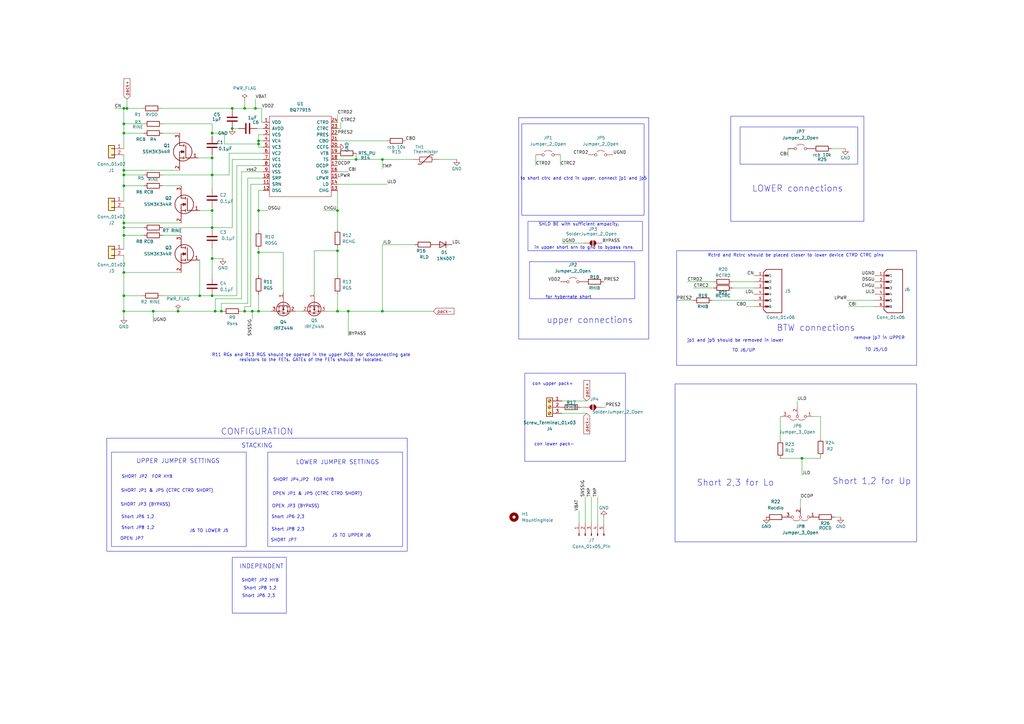
<source format=kicad_sch>
(kicad_sch (version 20231120) (generator "eeschema") (generator_version "8.0")
  (paper "A3")
  (lib_symbols
    (symbol "B6B-XH-A:B6B-XH-A" (pin_names (offset 1.016))
      (property "Reference" "J" (at -2.54 8.89 0))
      (property "Value" "B6B-XH-A" (at -2.54 -12.7 0))
      (symbol "B6B-XH-A_0_0"
        (pin passive line (at -7.62 5.08 0) (length 5.08) (name "1") (number "1"))
        (pin passive line (at -7.62 2.54 0) (length 5.08) (name "2") (number "2"))
        (pin passive line (at -7.62 0 0) (length 5.08) (name "3") (number "3"))
        (pin passive line (at -7.62 -2.54 0) (length 5.08) (name "4") (number "4"))
        (pin passive line (at -7.62 -5.08 0) (length 5.08) (name "5") (number "5"))
        (pin passive line (at -7.62 -7.62 0) (length 5.08) (name "6") (number "6"))
      )
    )
    (symbol "BQ77915_1" (pin_names (offset 1.016))
      (property "Reference" "U" (at 0 2.54 0))
      (property "Value" "BQ77915" (at 0 0 0))
      (symbol "BQ77915_1_0_0"
        (pin power_in line (at -15.24 13.97 0) (length 2.54) (name "VDD") (number "1"))
        (pin input line (at -15.24 -8.89 0) (length 2.54) (name "SRP") (number "10"))
        (pin input line (at -15.24 -11.43 0) (length 2.54) (name "SRN") (number "11"))
        (pin output line (at -15.24 -13.97 0) (length 2.54) (name "DSG") (number "12"))
        (pin output line (at 15.24 -13.97 180) (length 2.54) (name "CHG") (number "13"))
        (pin output line (at -15.24 11.43 0) (length 2.54) (name "AVDD") (number "2"))
        (pin input line (at -15.24 8.89 0) (length 2.54) (name "VC5") (number "3"))
        (pin input line (at -15.24 6.35 0) (length 2.54) (name "VC4") (number "4"))
        (pin input line (at -15.24 3.81 0) (length 2.54) (name "VC3") (number "5"))
        (pin input line (at -15.24 1.27 0) (length 2.54) (name "VC2") (number "6"))
        (pin input line (at -15.24 -1.27 0) (length 2.54) (name "VC1") (number "7"))
        (pin input line (at -15.24 -3.81 0) (length 2.54) (name "VC0") (number "8"))
        (pin power_in line (at -15.24 -6.35 0) (length 2.54) (name "VSS") (number "9"))
      )
      (symbol "BQ77915_1_1_1"
        (pin input line (at 15.24 -11.43 180) (length 2.54) (name "LD") (number "14"))
        (pin output line (at 15.24 -8.89 180) (length 2.54) (name "LPWR") (number "15"))
        (pin input line (at 15.24 -6.35 180) (length 2.54) (name "CBI") (number "16"))
        (pin input line (at 15.24 -3.81 180) (length 2.54) (name "OCDP") (number "17"))
        (pin input line (at 15.24 -1.27 180) (length 2.54) (name "TS") (number "18"))
        (pin output line (at 15.24 1.27 180) (length 2.54) (name "VTB") (number "19"))
        (pin input line (at 15.24 3.81 180) (length 2.54) (name "CCFG") (number "20"))
        (pin output line (at 15.24 6.35 180) (length 2.54) (name "CBO") (number "21"))
        (pin input line (at 15.24 8.89 180) (length 2.54) (name "PRES") (number "22"))
        (pin input line (at 15.24 11.43 180) (length 2.54) (name "CTRC") (number "23"))
        (pin input line (at 15.24 13.97 180) (length 2.54) (name "CTRD") (number "24"))
      )
    )
    (symbol "Connector:Conn_01x05_Pin" (pin_names (offset 1.016) hide)
      (property "Reference" "J" (at 0 7.62 0))
      (property "Value" "Conn_01x05_Pin" (at 0 -7.62 0))
      (symbol "Conn_01x05_Pin_1_1"
        (pin passive line (at 5.08 5.08 180) (length 3.81) (name "Pin_1") (number "1"))
        (pin passive line (at 5.08 2.54 180) (length 3.81) (name "Pin_2") (number "2"))
        (pin passive line (at 5.08 0 180) (length 3.81) (name "Pin_3") (number "3"))
        (pin passive line (at 5.08 -2.54 180) (length 3.81) (name "Pin_4") (number "4"))
        (pin passive line (at 5.08 -5.08 180) (length 3.81) (name "Pin_5") (number "5"))
      )
    )
    (symbol "Connector:Screw_Terminal_01x03" (pin_names (offset 1.016) hide)
      (property "Reference" "J" (at 0 5.08 0))
      (property "Value" "Screw_Terminal_01x03" (at 0 -5.08 0))
      (symbol "Screw_Terminal_01x03_1_1"
        (pin passive line (at -5.08 2.54 0) (length 3.81) (name "Pin_1") (number "1"))
        (pin passive line (at -5.08 0 0) (length 3.81) (name "Pin_2") (number "2"))
        (pin passive line (at -5.08 -2.54 0) (length 3.81) (name "Pin_3") (number "3"))
      )
    )
    (symbol "Connector_Generic:Conn_01x02" (pin_names (offset 1.016) hide)
      (property "Reference" "J" (at 0 2.54 0))
      (property "Value" "Conn_01x02" (at 0 -5.08 0))
      (symbol "Conn_01x02_1_1"
        (pin passive line (at -5.08 0 0) (length 3.81) (name "Pin_1") (number "1"))
        (pin passive line (at -5.08 -2.54 0) (length 3.81) (name "Pin_2") (number "2"))
      )
    )
    (symbol "Device:C" (pin_numbers hide) (pin_names (offset 0.254))
      (property "Reference" "C" (at 0.635 2.54 0))
      (property "Value" "C" (at 0.635 -2.54 0))
      (symbol "C_1_1"
        (pin passive line (at 0 3.81 270) (length 2.794) (name "~") (number "1"))
        (pin passive line (at 0 -3.81 90) (length 2.794) (name "~") (number "2"))
      )
    )
    (symbol "Device:D" (pin_numbers hide) (pin_names (offset 1.016) hide)
      (property "Reference" "D" (at 0 2.54 0))
      (property "Value" "D" (at 0 -2.54 0))
      (symbol "D_1_1"
        (pin passive line (at -3.81 0 0) (length 2.54) (name "K") (number "1"))
        (pin passive line (at 3.81 0 180) (length 2.54) (name "A") (number "2"))
      )
    )
    (symbol "Device:R" (pin_numbers hide) (pin_names (offset 0))
      (property "Reference" "R" (at 2.032 0 90))
      (property "Value" "R" (at 0 0 90))
      (symbol "R_1_1"
        (pin passive line (at 0 3.81 270) (length 1.27) (name "~") (number "1"))
        (pin passive line (at 0 -3.81 90) (length 1.27) (name "~") (number "2"))
      )
    )
    (symbol "Device:Thermistor" (pin_numbers hide) (pin_names (offset 0))
      (property "Reference" "TH" (at 2.54 1.27 90))
      (property "Value" "Thermistor" (at -2.54 0 90))
      (symbol "Thermistor_1_1"
        (pin passive line (at 0 5.08 270) (length 2.54) (name "~") (number "1"))
        (pin passive line (at 0 -5.08 90) (length 2.54) (name "~") (number "2"))
      )
    )
    (symbol "Jumper:Jumper_2_Open" (pin_numbers hide) (pin_names (offset 0) hide) (exclude_from_sim yes)
      (property "Reference" "JP" (at 0 2.794 0))
      (property "Value" "Jumper_2_Open" (at 0 -2.286 0))
      (symbol "Jumper_2_Open_1_1"
        (pin passive line (at -5.08 0 0) (length 2.54) (name "A") (number "1"))
        (pin passive line (at 5.08 0 180) (length 2.54) (name "B") (number "2"))
      )
    )
    (symbol "Jumper:Jumper_3_Open" (pin_names (offset 0) hide) (exclude_from_sim yes) (in_bom no)
      (property "Reference" "JP" (at -2.54 -2.54 0))
      (property "Value" "Jumper_3_Open" (at 0 2.794 0))
      (symbol "Jumper_3_Open_1_1"
        (pin passive line (at -6.35 0 0) (length 2.54) (name "A") (number "1"))
        (pin passive line (at 0 -3.81 90) (length 2.54) (name "C") (number "2"))
        (pin passive line (at 6.35 0 180) (length 2.54) (name "B") (number "3"))
      )
    )
    (symbol "Jumper:SolderJumper_2_Open" (pin_numbers hide) (pin_names (offset 0) hide) (exclude_from_sim yes) (in_bom no)
      (property "Reference" "JP" (at 0 2.032 0))
      (property "Value" "SolderJumper_2_Open" (at 0 -2.54 0))
      (symbol "SolderJumper_2_Open_1_1"
        (pin passive line (at -3.81 0 0) (length 2.54) (name "A") (number "1"))
        (pin passive line (at 3.81 0 180) (length 2.54) (name "B") (number "2"))
      )
    )
    (symbol "Mechanical:MountingHole" (pin_names (offset 1.016)) (exclude_from_sim yes) (in_bom no)
      (property "Reference" "H" (at 0 5.08 0))
      (property "Value" "MountingHole" (at 0 3.175 0))
    )
    (symbol "SSM3K344R:SSM3K344R" (pin_names hide)
      (property "Reference" "Q" (at 11.43 3.81 0))
      (property "Value" "SSM3K344R" (at 11.43 1.27 0))
      (property "Footprint" "2SC2712GRLF" (at 11.43 -98.73 0))
      (symbol "SSM3K344R_1_1"
        (pin passive line (at 0 0 0) (length 2.54) (name "G") (number "1"))
        (pin passive line (at 7.62 -5.08 90) (length 2.54) (name "S") (number "2"))
        (pin passive line (at 7.62 10.16 270) (length 2.54) (name "D") (number "3"))
      )
    )
    (symbol "Transistor_FET:IRF740" (pin_names hide)
      (property "Reference" "Q" (at 5.08 1.905 0))
      (property "Value" "IRF740" (at 5.08 0 0))
      (symbol "IRF740_1_1"
        (pin input line (at -5.08 0 0) (length 2.54) (name "G") (number "1"))
        (pin passive line (at 2.54 5.08 270) (length 2.54) (name "D") (number "2"))
        (pin passive line (at 2.54 -5.08 90) (length 2.54) (name "S") (number "3"))
      )
    )
    (symbol "power:GND" (power) (pin_numbers hide) (pin_names (offset 0) hide)
      (property "Value" "GND" (at 0 -3.81 0))
      (symbol "GND_1_1"
        (pin power_in line (at 0 0 270) (length 0) (name "~") (number "1"))
      )
    )
    (symbol "power:PWR_FLAG" (power) (pin_numbers hide) (pin_names (offset 0) hide)
      (property "Value" "PWR_FLAG" (at 0 3.81 0))
      (symbol "PWR_FLAG_0_0"
        (pin power_out line (at 0 0 90) (length 0) (name "~") (number "1"))
      )
    )
  )
  (junction (at 50.8 121.285))
  (junction (at 50.8 50.8))
  (junction (at 156.845 65.405))
  (junction (at 100.33 44.45))
  (junction (at 86.995 86.36))
  (junction (at 138.43 86.36))
  (junction (at 95.25 52.705))
  (junction (at 90.805 127.635))
  (junction (at 106.045 59.055))
  (junction (at 50.8 93.345))
  (junction (at 328.93 187.96))
  (junction (at 146.05 65.405))
  (junction (at 50.8 69.85))
  (junction (at 50.8 91.44))
  (junction (at 86.995 71.755))
  (junction (at 50.8 111.76))
  (junction (at 62.865 127.635))
  (junction (at 86.995 93.345))
  (junction (at 86.995 106.045))
  (junction (at 100.33 127.635))
  (junction (at 86.995 54.61))
  (junction (at 103.505 127.635))
  (junction (at 50.8 96.52))
  (junction (at 106.045 86.36))
  (junction (at 73.025 127.635))
  (junction (at 106.045 127.635))
  (junction (at 138.43 102.87))
  (junction (at 50.8 127.635))
  (junction (at 86.995 64.77))
  (junction (at 156.845 127.635))
  (junction (at 50.8 54.61))
  (junction (at 142.875 127.635))
  (junction (at 81.915 121.285))
  (junction (at 106.045 57.785))
  (junction (at 88.265 127.635))
  (junction (at 50.8 71.755))
  (junction (at 106.045 103.505))
  (junction (at 104.775 44.45))
  (junction (at 50.8 44.45))
  (junction (at 86.995 121.285))
  (junction (at 52.07 44.45))
  (junction (at 50.8 76.2))
  (junction (at 95.25 44.45))
  (junction (at 138.43 127.635))
  (wire (pts (xy 102.87 125.73) (xy 102.87 75.565)))
  (wire (pts (xy 156.845 127.635) (xy 177.8 127.635)))
  (wire (pts (xy 240.03 203.835) (xy 240.03 214.63)))
  (wire (pts (xy 292.1 123.19) (xy 309.245 123.19)))
  (wire (pts (xy 86.995 121.285) (xy 97.155 121.285)))
  (wire (pts (xy 106.045 86.36) (xy 106.045 94.615)))
  (wire (pts (xy 320.04 170.815) (xy 320.675 170.815)))
  (wire (pts (xy 247.015 167.005) (xy 248.285 167.005)))
  (wire (pts (xy 86.995 64.77) (xy 86.995 71.755)))
  (wire (pts (xy 106.045 60.325) (xy 107.95 60.325)))
  (wire (pts (xy 86.995 50.8) (xy 86.995 54.61)))
  (wire (pts (xy 86.995 86.36) (xy 86.995 93.345)))
  (wire (pts (xy 62.865 132.08) (xy 62.865 127.635)))
  (wire (pts (xy 138.43 57.785) (xy 158.75 57.785)))
  (wire (pts (xy 327.025 164.465) (xy 327.025 167.005)))
  (wire (pts (xy 50.8 71.755) (xy 50.8 76.2)))
  (wire (pts (xy 336.55 170.815) (xy 336.55 179.705)))
  (wire (pts (xy 107.315 44.45) (xy 107.315 50.165)))
  (wire (pts (xy 73.66 69.85) (xy 50.8 69.85)))
  (wire (pts (xy 100.33 125.73) (xy 102.87 125.73)))
  (wire (pts (xy 59.055 96.52) (xy 50.8 96.52)))
  (wire (pts (xy 101.6 73.025) (xy 101.6 124.46)))
  (wire (pts (xy 320.04 187.96) (xy 328.93 187.96)))
  (wire (pts (xy 229.87 67.945) (xy 229.87 63.5)))
  (wire (pts (xy 237.49 209.55) (xy 237.49 214.63)))
  (wire (pts (xy 138.43 86.36) (xy 138.43 93.98)))
  (wire (pts (xy 347.345 123.19) (xy 358.775 123.19)))
  (wire (pts (xy 106.045 57.785) (xy 107.95 57.785)))
  (wire (pts (xy 106.045 60.325) (xy 106.045 59.055)))
  (wire (pts (xy 156.845 100.33) (xy 156.845 127.635)))
  (wire (pts (xy 50.8 91.44) (xy 50.8 93.345)))
  (wire (pts (xy 101.6 73.025) (xy 107.95 73.025)))
  (wire (pts (xy 240.665 169.545) (xy 230.505 169.545)))
  (wire (pts (xy 92.075 59.055) (xy 92.075 54.61)))
  (wire (pts (xy 88.265 122.555) (xy 88.265 127.635)))
  (wire (pts (xy 62.865 127.635) (xy 73.025 127.635)))
  (wire (pts (xy 86.995 85.09) (xy 86.995 86.36)))
  (wire (pts (xy 238.125 167.005) (xy 239.395 167.005)))
  (wire (pts (xy 81.915 106.68) (xy 81.915 121.285)))
  (wire (pts (xy 46.99 44.45) (xy 50.8 44.45)))
  (wire (pts (xy 139.7 52.705) (xy 138.43 52.705)))
  (wire (pts (xy 104.775 40.64) (xy 104.775 44.45)))
  (wire (pts (xy 138.43 78.105) (xy 138.43 86.36)))
  (wire (pts (xy 95.25 65.405) (xy 107.95 65.405)))
  (wire (pts (xy 97.155 121.285) (xy 97.155 67.945)))
  (wire (pts (xy 156.845 69.215) (xy 156.845 65.405)))
  (wire (pts (xy 179.705 65.405) (xy 187.325 65.405)))
  (wire (pts (xy 50.8 111.76) (xy 74.295 111.76)))
  (wire (pts (xy 242.57 203.835) (xy 242.57 214.63)))
  (wire (pts (xy 95.25 65.405) (xy 95.25 93.345)))
  (wire (pts (xy 86.995 71.755) (xy 93.98 71.755)))
  (wire (pts (xy 142.875 137.795) (xy 142.875 127.635)))
  (wire (pts (xy 59.055 54.61) (xy 50.8 54.61)))
  (wire (pts (xy 156.845 65.405) (xy 169.545 65.405)))
  (wire (pts (xy 50.8 44.45) (xy 50.8 50.8)))
  (wire (pts (xy 239.395 99.695) (xy 230.505 99.695)))
  (wire (pts (xy 116.205 103.505) (xy 106.045 103.505)))
  (wire (pts (xy 139.7 50.165) (xy 139.7 52.705)))
  (wire (pts (xy 106.045 78.105) (xy 107.95 78.105)))
  (wire (pts (xy 102.87 75.565) (xy 107.95 75.565)))
  (wire (pts (xy 93.98 62.865) (xy 107.95 62.865)))
  (wire (pts (xy 97.155 67.945) (xy 107.95 67.945)))
  (wire (pts (xy 284.48 118.11) (xy 292.735 118.11)))
  (wire (pts (xy 88.265 127.635) (xy 90.805 127.635)))
  (wire (pts (xy 106.045 59.055) (xy 106.045 57.785)))
  (wire (pts (xy 91.44 106.045) (xy 86.995 106.045)))
  (wire (pts (xy 170.18 100.33) (xy 156.845 100.33)))
  (wire (pts (xy 146.05 65.405) (xy 156.845 65.405)))
  (wire (pts (xy 116.205 103.505) (xy 116.205 120.015)))
  (wire (pts (xy 111.125 127.635) (xy 106.045 127.635)))
  (wire (pts (xy 86.995 106.045) (xy 86.995 113.665)))
  (wire (pts (xy 66.04 121.285) (xy 81.915 121.285)))
  (wire (pts (xy 138.43 101.6) (xy 138.43 102.87)))
  (wire (pts (xy 328.93 187.96) (xy 336.55 187.96)))
  (wire (pts (xy 50.8 76.2) (xy 50.8 82.55)))
  (wire (pts (xy 128.905 102.87) (xy 138.43 102.87)))
  (wire (pts (xy 50.8 50.8) (xy 59.055 50.8)))
  (wire (pts (xy 66.675 50.8) (xy 86.995 50.8)))
  (wire (pts (xy 104.775 44.45) (xy 107.315 44.45)))
  (wire (pts (xy 106.045 78.105) (xy 106.045 86.36)))
  (wire (pts (xy 50.8 93.345) (xy 50.8 96.52)))
  (wire (pts (xy 92.075 54.61) (xy 86.995 54.61)))
  (wire (pts (xy 333.375 170.815) (xy 336.55 170.815)))
  (wire (pts (xy 336.55 187.96) (xy 336.55 187.325)))
  (wire (pts (xy 138.43 46.99) (xy 138.43 50.165)))
  (wire (pts (xy 146.05 62.865) (xy 146.05 65.405)))
  (wire (pts (xy 99.06 70.485) (xy 99.06 122.555)))
  (wire (pts (xy 52.07 44.45) (xy 58.42 44.45)))
  (wire (pts (xy 100.33 127.635) (xy 103.505 127.635)))
  (wire (pts (xy 66.675 54.61) (xy 73.66 54.61)))
  (wire (pts (xy 281.94 115.57) (xy 292.735 115.57)))
  (wire (pts (xy 320.04 180.34) (xy 320.04 170.815)))
  (wire (pts (xy 328.93 194.945) (xy 328.93 187.96)))
  (wire (pts (xy 52.07 40.64) (xy 52.07 44.45)))
  (wire (pts (xy 50.8 130.175) (xy 50.8 127.635)))
  (wire (pts (xy 240.665 164.465) (xy 230.505 164.465)))
  (wire (pts (xy 105.41 52.705) (xy 107.95 52.705)))
  (wire (pts (xy 245.11 203.835) (xy 245.11 214.63)))
  (wire (pts (xy 106.045 103.505) (xy 106.045 113.03)))
  (wire (pts (xy 106.045 120.65) (xy 106.045 127.635)))
  (wire (pts (xy 90.805 127.635) (xy 91.44 127.635)))
  (wire (pts (xy 328.295 204.47) (xy 328.295 208.28)))
  (wire (pts (xy 142.875 127.635) (xy 156.845 127.635)))
  (wire (pts (xy 93.98 62.865) (xy 93.98 71.755)))
  (wire (pts (xy 88.265 122.555) (xy 99.06 122.555)))
  (wire (pts (xy 247.65 214.63) (xy 247.65 212.09)))
  (wire (pts (xy 50.8 71.755) (xy 59.055 71.755)))
  (wire (pts (xy 323.215 60.96) (xy 323.215 64.135)))
  (wire (pts (xy 86.995 63.5) (xy 86.995 64.77)))
  (wire (pts (xy 73.025 127.635) (xy 88.265 127.635)))
  (wire (pts (xy 106.045 55.245) (xy 107.95 55.245)))
  (wire (pts (xy 358.775 125.73) (xy 347.98 125.73)))
  (wire (pts (xy 138.43 102.87) (xy 138.43 113.03)))
  (wire (pts (xy 59.055 76.2) (xy 50.8 76.2)))
  (wire (pts (xy 100.33 41.275) (xy 100.33 44.45)))
  (wire (pts (xy 50.8 63.5) (xy 50.8 69.85)))
  (wire (pts (xy 95.25 44.45) (xy 100.33 44.45)))
  (wire (pts (xy 109.855 86.36) (xy 106.045 86.36)))
  (wire (pts (xy 90.805 124.46) (xy 101.6 124.46)))
  (wire (pts (xy 81.915 121.285) (xy 86.995 121.285)))
  (wire (pts (xy 107.315 50.165) (xy 107.95 50.165)))
  (wire (pts (xy 100.33 127.635) (xy 100.33 125.73)))
  (wire (pts (xy 81.28 64.77) (xy 86.995 64.77)))
  (wire (pts (xy 132.715 86.36) (xy 138.43 86.36)))
  (wire (pts (xy 219.71 67.945) (xy 219.71 63.5)))
  (wire (pts (xy 99.06 127.635) (xy 100.33 127.635)))
  (wire (pts (xy 50.8 121.285) (xy 58.42 121.285)))
  (wire (pts (xy 50.8 69.85) (xy 50.8 71.755)))
  (wire (pts (xy 66.04 44.45) (xy 95.25 44.45)))
  (wire (pts (xy 50.8 85.09) (xy 50.8 91.44)))
  (wire (pts (xy 66.675 71.755) (xy 86.995 71.755)))
  (wire (pts (xy 50.8 93.345) (xy 59.055 93.345)))
  (wire (pts (xy 99.06 70.485) (xy 107.95 70.485)))
  (wire (pts (xy 142.875 70.485) (xy 138.43 70.485)))
  (wire (pts (xy 66.675 96.52) (xy 74.295 96.52)))
  (wire (pts (xy 86.995 54.61) (xy 86.995 55.88)))
  (wire (pts (xy 50.8 104.775) (xy 50.8 111.76)))
  (wire (pts (xy 50.8 111.76) (xy 50.8 121.285)))
  (wire (pts (xy 103.505 130.81) (xy 103.505 127.635)))
  (wire (pts (xy 300.355 115.57) (xy 309.245 115.57)))
  (wire (pts (xy 50.8 127.635) (xy 62.865 127.635)))
  (wire (pts (xy 50.8 96.52) (xy 50.8 102.235)))
  (wire (pts (xy 106.045 55.245) (xy 106.045 57.785)))
  (wire (pts (xy 340.995 60.96) (xy 346.71 60.96)))
  (wire (pts (xy 342.265 212.09) (xy 344.805 212.09)))
  (wire (pts (xy 138.43 75.565) (xy 158.75 75.565)))
  (wire (pts (xy 50.8 54.61) (xy 50.8 60.96)))
  (wire (pts (xy 50.8 44.45) (xy 52.07 44.45)))
  (wire (pts (xy 50.8 50.8) (xy 50.8 54.61)))
  (wire (pts (xy 81.915 86.36) (xy 86.995 86.36)))
  (wire (pts (xy 306.07 125.73) (xy 309.245 125.73)))
  (wire (pts (xy 92.075 59.055) (xy 106.045 59.055)))
  (wire (pts (xy 86.995 93.345) (xy 86.995 93.98)))
  (wire (pts (xy 103.505 127.635) (xy 106.045 127.635)))
  (wire (pts (xy 50.8 121.285) (xy 50.8 127.635)))
  (wire (pts (xy 66.675 76.2) (xy 74.295 76.2)))
  (wire (pts (xy 86.995 93.345) (xy 95.25 93.345)))
  (wire (pts (xy 138.43 127.635) (xy 138.43 120.65)))
  (wire (pts (xy 284.48 123.19) (xy 277.495 123.19)))
  (wire (pts (xy 90.805 124.46) (xy 90.805 127.635)))
  (wire (pts (xy 100.33 44.45) (xy 104.775 44.45)))
  (wire (pts (xy 128.905 102.87) (xy 128.905 120.015)))
  (wire (pts (xy 97.79 52.705) (xy 95.25 52.705)))
  (wire (pts (xy 138.43 127.635) (xy 133.985 127.635)))
  (wire (pts (xy 66.675 93.345) (xy 86.995 93.345)))
  (wire (pts (xy 106.045 102.235) (xy 106.045 103.505)))
  (wire (pts (xy 138.43 127.635) (xy 142.875 127.635)))
  (wire (pts (xy 95.25 45.085) (xy 95.25 44.45)))
  (wire (pts (xy 74.295 91.44) (xy 50.8 91.44)))
  (wire (pts (xy 86.995 71.755) (xy 86.995 77.47)))
  (wire (pts (xy 86.995 101.6) (xy 86.995 106.045)))
  (wire (pts (xy 123.825 127.635) (xy 121.285 127.635)))
  (wire (pts (xy 300.355 118.11) (xy 309.245 118.11)))
  (wire (pts (xy 138.43 65.405) (xy 146.05 65.405)))
  (rectangle (start 109.855 185.42) (end 165.1 224.155))
  (rectangle (start 276.86 157.48) (end 375.92 222.25))
  (rectangle (start 277.495 102.87) (end 375.92 149.86))
  (rectangle (start 212.725 48.26) (end 266.065 139.065))
  (rectangle (start 45.72 185.42) (end 100.965 224.155))
  (rectangle (start 216.535 90.805) (end 263.525 102.87))
  (rectangle (start 95.25 228.6) (end 117.475 251.46))
  (rectangle (start 43.815 179.705) (end 167.005 226.06))
  (rectangle (start 217.17 107.315) (end 260.35 122.555))
  (rectangle (start 303.53 52.07) (end 351.79 67.31))
  (rectangle (start 213.995 50.8) (end 264.16 88.265))
  (rectangle (start 215.265 153.035) (end 256.54 189.23))
  (rectangle (start 299.72 47.625) (end 354.33 90.805))
  (text "Short JP8 2,3" (at 118.11 217.17 0) (effects (font (size 1.27 1.27))))
  (text "Short 2,3 for Lo\n" (at 301.625 198.12 0) (effects (font (size 2.54 2.54))))
  (text "R11 RGs and R13 RGS should be opened in the upper PCB, for disconnecting gate\nresistors to the FETs. GATEs of the FETs should be isolated." (at 127.635 146.685 0) (effects (font (size 1.27 1.27))))
  (text "OPEN JP7 " (at 54.61 220.98 0) (effects (font (size 1.27 1.27))))
  (text "Short JP6 1,2" (at 56.515 212.09 0) (effects (font (size 1.27 1.27))))
  (text "con lower pack-" (at 227.33 182.245 0) (effects (font (size 1.27 1.27))))
  (text "OPEN JP1 & JP5 (CTRC CTRD SHORT)" (at 130.175 202.565 0) (effects (font (size 1.27 1.27))))
  (text "LOWER connections" (at 327.152 77.47 0) (effects (font (size 2.54 2.54))))
  (text "in upper short srn to gnd to bypass rsns" (at 239.395 101.6 0) (effects (font (size 1.27 1.27))))
  (text "SHLD BE with sufficient ampacity." (at 237.49 92.075 0) (effects (font (size 1.27 1.27))))
  (text "SHORT JP2 HYB\n" (at 106.68 238.125 0) (effects (font (size 1.27 1.27))))
  (text "STACKING" (at 105.41 182.88 0) (effects (font (size 1.778 1.778))))
  (text "SHORT JP3 (BYPASS)\n" (at 59.69 207.01 0) (effects (font (size 1.27 1.27))))
  (text "INDEPENDENT\n" (at 107.315 232.41 0) (effects (font (size 1.778 1.778))))
  (text "con upper pack+" (at 226.695 157.48 0) (effects (font (size 1.27 1.27))))
  (text "Short 1,2 for Up" (at 357.505 197.485 0) (effects (font (size 2.54 2.54))))
  (text "J6 TO LOWER J5" (at 85.725 217.805 0) (effects (font (size 1.27 1.27))))
  (text "SHORT JP2  FOR HYB" (at 60.325 195.58 0) (effects (font (size 1.27 1.27))))
  (text "Short JP6 2,3" (at 118.11 212.09 0) (effects (font (size 1.27 1.27))))
  (text "SHORT JP1 & JP5 (CTRC CTRD SHORT)" (at 68.58 201.295 0) (effects (font (size 1.27 1.27))))
  (text "upper connections" (at 241.935 131.445 0) (effects (font (size 2.54 2.54))))
  (text "Short JP6 2,3" (at 106.045 244.475 0) (effects (font (size 1.27 1.27))))
  (text "SHORT JP4,JP2  FOR HYB" (at 124.46 196.85 0) (effects (font (size 1.27 1.27))))
  (text "for hybernate short " (at 233.68 121.92 0) (effects (font (size 1.27 1.27))))
  (text "LOWER JUMPER SETTINGS\n\n" (at 138.43 191.135 0) (effects (font (size 1.778 1.778))))
  (text "Short JP8 1,2" (at 56.515 216.535 0) (effects (font (size 1.27 1.27))))
  (text "to short ctrc and ctrd in upper, connect jp1 and jp5\n\n" (at 239.395 74.295 0) (effects (font (size 1.27 1.27))))
  (text "OPEN JP3 (BYPASS)\n" (at 121.285 207.645 0) (effects (font (size 1.27 1.27))))
  (text "TO J5/L0\n" (at 359.41 143.51 0) (effects (font (size 1.27 1.27))))
  (text "SHORT JP7 " (at 116.84 221.615 0) (effects (font (size 1.27 1.27))))
  (text "BTW connections" (at 334.645 134.62 0) (effects (font (size 2.54 2.54))))
  (text "jp1 and jp5 should be removed in lower\n" (at 301.625 139.7 0) (effects (font (size 1.27 1.27))))
  (text "UPPER JUMPER SETTINGS\n" (at 73.025 189.23 0) (effects (font (size 1.778 1.778))))
  (text "TO J6/UP\n" (at 305.054 143.764 0) (effects (font (size 1.27 1.27))))
  (text "J5 TO UPPER J6" (at 144.145 219.71 0) (effects (font (size 1.27 1.27))))
  (text "Short JP8 1,2" (at 106.68 241.3 0) (effects (font (size 1.27 1.27))))
  (text "CONFIGURATION\n" (at 105.41 177.165 0) (effects (font (size 2.54 2.54))))
  (text "remove jp7 in UPPER\n\n" (at 360.68 139.7 0) (effects (font (size 1.27 1.27))))
  (text "Rctrd and Rctrc should be placed closer to lower device CTRD CTRC pins\n" (at 326.39 104.775 0) (effects (font (size 1.27 1.27))))
  (label "CBI" (at 323.215 64.135 180))
  (label "UGND" (at 62.865 132.08 0))
  (label "BYPASS" (at 142.875 137.795 0))
  (label "CTRD2" (at 281.94 115.57 0))
  (label "CBO" (at 306.07 125.73 180))
  (label "OCDP" (at 328.295 204.47 0))
  (label "CTRC2" (at 284.48 118.11 0))
  (label "LDL" (at 309.245 120.65 180))
  (label "JLD" (at 156.845 100.33 0))
  (label "CTRC2" (at 139.7 50.165 0))
  (label "ULD" (at 327.025 164.465 0))
  (label "PRES2" (at 248.285 167.005 0))
  (label "SNSSIG" (at 240.03 203.835 90))
  (label "TMP" (at 245.11 203.835 90))
  (label "VBAT" (at 104.775 40.64 0))
  (label "CBI" (at 142.875 70.485 0))
  (label "PRES2" (at 138.43 55.245 0))
  (label "JLD" (at 328.93 194.945 0))
  (label "VBAT" (at 237.49 209.55 90))
  (label "CHGU" (at 358.775 118.11 180))
  (label "ULD" (at 358.775 120.65 180))
  (label "TMP" (at 156.845 69.215 0))
  (label "CN" (at 309.245 113.03 180))
  (label "ULD" (at 158.75 75.565 0))
  (label "LPWR" (at 138.43 73.025 0))
  (label "TMP" (at 242.57 203.835 90))
  (label "DSGU" (at 109.855 86.36 0))
  (label "BYPASS" (at 247.015 99.695 0))
  (label "CBI" (at 347.98 125.73 0))
  (label "PRES2" (at 277.495 123.19 0))
  (label "SNSSIG" (at 103.505 130.81 270))
  (label "UGND" (at 251.46 63.5 0))
  (label "CN" (at 46.99 44.45 0))
  (label "LPWR" (at 347.345 123.19 180))
  (label "OCDP" (at 138.43 67.945 0))
  (label "CTRD2" (at 241.3 63.5 180))
  (label "DSGU" (at 358.775 115.57 180))
  (label "UGND" (at 230.505 99.695 0))
  (label "VDD2" (at 229.87 115.57 180))
  (label "CTRC2" (at 229.87 67.945 0))
  (label "CTRD2" (at 138.43 46.99 0))
  (label "CBO" (at 166.37 57.785 0))
  (label "VDD2" (at 107.315 44.45 0))
  (label "PRES2" (at 247.65 115.57 0))
  (label "CHGU" (at 132.715 86.36 0))
  (label "UGND" (at 358.775 113.03 180))
  (label "LDL" (at 185.42 100.33 0))
  (label "vss2" (at 100.965 70.485 0))
  (label "CTRD2" (at 219.71 67.945 0))
  (global_label "pack+" (shape input) (at 240.665 164.465 90) (property "Intersheetrefs" "${INTERSHEET_REFS}" (effects (hide yes))))
  (global_label "pack-" (shape input) (at 240.665 169.545 270) (property "Intersheetrefs" "${INTERSHEET_REFS}" (effects (hide yes))))
  (global_label "pack-" (shape input) (at 177.8 127.635 0) (property "Intersheetrefs" "${INTERSHEET_REFS}" (effects (hide yes))))
  (global_label "pack+" (shape input) (at 52.07 40.64 90) (property "Intersheetrefs" "${INTERSHEET_REFS}" (effects (hide yes))))
  (symbol (lib_id "Device:R") (at 106.045 116.84 0) (unit 1)
    (property "Reference" "R11" (at 107.95 115.57 0) (effects (justify left)))
    (property "Value" "RGS" (at 107.95 118.11 0) (effects (justify left)))
    (property "Footprint" "rgsnew:RESC1005X40N" (effects (hide yes)))
    (property "Description" "Resistor" (effects (hide yes)))
    (property "link" "https://www.digikey.in/en/products/detail/te-connectivity-passive-product/CRGCQ0402J1M0/8576668?s=N4IgTCBcDaIMICUDicCKAGALOsApAjALLogC6AvkA" (effects (hide yes)))
    (property "Manufacturer_Part_Number" "CRGCQ0402J1M0" (effects (hide yes)))
  )
  (symbol (lib_id "Device:R") (at 173.99 100.33 270) (unit 1)
    (property "Reference" "R16" (at 172.72 102.87 90))
    (property "Value" "RLD" (at 173.99 105.41 90))
    (property "Footprint" "rld,r2:RES_CRGCQ0402J10M_TEC-L" (effects (hide yes)))
    (property "Description" "Resistor" (effects (hide yes)))
    (property "link" "https://www.digikey.in/en/products/detail/te-connectivity-passive-product/CRGCQ0402J10M/8576674?s=N4IgTCBcDaIMICUDicCKAGALOsApAjOgLIgC6AvkA" (effects (hide yes)))
    (property "Manufacturer_Part_Number" "CRGCQ0402J10M" (effects (hide yes)))
  )
  (symbol (lib_id "Jumper:SolderJumper_2_Open") (at 243.205 167.005 0) (unit 1) (exclude_from_sim yes) (in_bom no)
    (property "Reference" "JP4" (at 243.84 163.83 0))
    (property "Value" "SolderJumper_2_Open" (at 253.365 168.91 0))
    (property "Footprint" "Jumper:SolderJumper-2_P1.3mm_Open_RoundedPad1.0x1.5mm" (effects (hide yes)))
    (property "Description" "Solder Jumper, 2-pole, open" (effects (hide yes)))
  )
  (symbol (lib_id "Device:C") (at 86.995 59.69 0) (unit 1)
    (property "Reference" "C1" (at 88.9 58.42 0) (effects (justify left)))
    (property "Value" "0.1µF" (at 89.535 60.96 0) (effects (justify left)))
    (property "Footprint" "cinenew:CAP_CL05_SAM" (effects (hide yes)))
    (property "Datasheet" "C:\\Users\\jevin\\OneDrive\\Desktop\\kicad\\components\\cine\\KiCADv6\\Cine.pdf" (effects (hide yes)))
    (property "Description" "Unpolarized capacitor" (effects (hide yes)))
    (property "Manufacturer_Part_Number" "CL05B104KP5NNNC" (effects (hide yes)))
    (property "link" "https://www.digikey.in/en/products/detail/samsung-electro-mechanics/CL05B104KP5NNNC/3886660" (effects (hide yes)))
  )
  (symbol (lib_id "B6B-XH-A:B6B-XH-A") (at 366.395 118.11 0) (unit 1)
    (property "Reference" "J6" (at 370.84 118.745 0) (effects (justify left)))
    (property "Value" "Conn_01x06" (at 359.41 130.175 0) (effects (justify left)))
    (property "Footprint" "Connector_JST:JST_PH_B6B-PH-K_1x06_P2.00mm_Vertical" (effects (hide yes)))
    (property "PARTREV" "7/4/21" (effects (hide yes)))
    (property "STANDARD" "Manufacturer Recommendations" (effects (hide yes)))
    (property "MAXIMUM_PACKAGE_HEIGHT" "7.00 mm" (effects (hide yes)))
    (property "MANUFACTURER" "JST" (effects (hide yes)))
    (property "link" "https://www.digikey.in/en/products/detail/jst-sales-america-inc/B6B-PH-K/2741628" (effects (hide yes)))
    (property "Manufacturer_Part_Number" "B6B-PH-K" (effects (hide yes)))
  )
  (symbol (lib_id "Jumper:Jumper_3_Open") (at 328.295 212.09 180) (unit 1) (exclude_from_sim yes) (in_bom no)
    (property "Reference" "JP8" (at 328.295 215.9 0))
    (property "Value" "Jumper_3_Open" (at 328.295 218.44 0))
    (property "Footprint" "Connector_PinHeader_2.54mm:PinHeader_1x03_P2.54mm_Vertical" (effects (hide yes)))
    (property "Description" "Jumper, 3-pole, both open" (effects (hide yes)))
    (property "link" "https://www.digikey.in/en/products/detail/w%C3%BCrth-elektronik/61300311121/4846825" (effects (hide yes)))
    (property "Manufacturer_Part_Number" "61300311121" (effects (hide yes)))
  )
  (symbol (lib_id "Device:R") (at 62.865 71.755 90) (unit 1)
    (property "Reference" "R5" (at 57.785 73.025 90))
    (property "Value" "RINE" (at 62.865 73.66 90))
    (property "Footprint" "rinervdd:RC0402N_YAG" (effects (hide yes)))
    (property "Description" "Resistor" (effects (hide yes)))
    (property "link" "https://www.digikey.com/en/products/detail/yageo/RC0402JR-071KL/726408?s=N4IgTCBcDaIEoGEAMAWJYBSckHYCMA0gDIgC6AvkA" (effects (hide yes)))
    (property "Manufacturer_Part_Number" "RC0402JR-071KL" (effects (hide yes)))
  )
  (symbol (lib_id "power:GND") (at 50.8 130.175 0) (unit 1)
    (property "Reference" "#PWR01" (effects (hide yes)))
    (property "Value" "GND" (at 50.8 133.985 0))
    (property "Description" "Power symbol creates a global label with name \"GND\" , ground" (effects (hide yes)))
  )
  (symbol (lib_id "Device:R") (at 336.55 183.515 180) (unit 1)
    (property "Reference" "R24" (at 340.36 181.61 0))
    (property "Value" "R2" (at 340.36 184.15 0))
    (property "Footprint" "rld,r2:RES_CRGCQ0402J10M_TEC-L" (effects (hide yes)))
    (property "Description" "Resistor" (effects (hide yes)))
    (property "link" "https://www.digikey.com/en/products/detail/te-connectivity-passive-product/crgcq0402j10m/8576674" (effects (hide yes)))
    (property "Manufacturer_Part_Number" "CRGCQ0402J10M" (effects (hide yes)))
  )
  (symbol (lib_id "Transistor_FET:IRF740") (at 116.205 125.095 270) (unit 1)
    (property "Reference" "Q4" (at 116.205 132.08 90))
    (property "Value" "IRFZ44N" (at 116.205 134.62 90))
    (property "Footprint" "Package_TO_SOT_THT:TO-220-3_Horizontal_TabDown" (effects (hide yes)))
    (property "Datasheet" "http://www.vishay.com/docs/91054/91054.pdf" (effects (hide yes)))
    (property "Description" "10A Id, 400V Vds, N-Channel Power MOSFET, 500mOhm Rds, TO-220AB" (effects (hide yes)))
  )
  (symbol (lib_id "power:PWR_FLAG") (at 100.33 41.275 0) (unit 1)
    (property "Reference" "#FLG02" (effects (hide yes)))
    (property "Value" "PWR_FLAG" (at 100.33 36.195 0))
    (property "Description" "Special symbol for telling ERC where power comes from" (effects (hide yes)))
  )
  (symbol (lib_id "power:GND") (at 344.805 212.09 0) (unit 1)
    (property "Reference" "#PWR08" (effects (hide yes)))
    (property "Value" "GND" (at 344.805 215.9 0))
    (property "Description" "Power symbol creates a global label with name \"GND\" , ground" (effects (hide yes)))
  )
  (symbol (lib_id "Device:R") (at 243.84 115.57 90) (unit 1)
    (property "Reference" "R18" (at 243.84 113.665 90))
    (property "Value" "RHIB" (at 243.84 118.11 90))
    (property "Footprint" "rtspu,rhib:RC0402N_YAG" (effects (hide yes)))
    (property "Description" "Resistor" (effects (hide yes)))
    (property "link" "https://www.digikey.com/en/products/detail/yageo/RC0402JR-0710KL/726418" (effects (hide yes)))
    (property "Manufacturer_Part_Number" "RC0402JR-0710KL" (effects (hide yes)))
  )
  (symbol (lib_id "Device:C") (at 86.995 81.28 0) (unit 1)
    (property "Reference" "C2" (at 90.17 80.0099 0) (effects (justify left)))
    (property "Value" "0.1µF" (at 90.17 82.5499 0) (effects (justify left)))
    (property "Footprint" "cinenew:CAP_CL05_SAM" (effects (hide yes)))
    (property "Datasheet" "C:\\Users\\jevin\\OneDrive\\Desktop\\kicad\\components\\cine\\KiCADv6\\Cine.pdf" (effects (hide yes)))
    (property "Description" "Unpolarized capacitor" (effects (hide yes)))
    (property "Manufacturer_Part_Number" "CL05B104KP5NNNC" (effects (hide yes)))
    (property "link" "https://www.digikey.in/en/products/detail/samsung-electro-mechanics/CL05B104KP5NNNC/3886660" (effects (hide yes)))
  )
  (symbol (lib_id "power:GND") (at 247.65 212.09 180) (unit 1)
    (property "Reference" "#PWR03" (effects (hide yes)))
    (property "Value" "GND" (at 247.65 208.28 0))
    (property "Description" "Power symbol creates a global label with name \"GND\" , ground" (effects (hide yes)))
  )
  (symbol (lib_id "Jumper:Jumper_2_Open") (at 224.79 63.5 0) (unit 1) (exclude_from_sim yes)
    (property "Reference" "JP1" (at 224.79 56.515 0))
    (property "Value" "Jumper_2_Open" (at 224.79 59.055 0))
    (property "Footprint" "Connector_PinHeader_2.54mm:PinHeader_1x02_P2.54mm_Vertical" (effects (hide yes)))
    (property "Description" "Jumper, 2-pole, open" (effects (hide yes)))
    (property "link" "https://digikey.in/en/products/detail/phoenix-contact/1725669/267463" (effects (hide yes)))
    (property "Manufacturer_Part_Number" "PH1-02-UA" (effects (hide yes)))
  )
  (symbol (lib_id "SSM3K344R:SSM3K344R") (at 81.28 64.77 0) (mirror y) (unit 1)
    (property "Reference" "Q1" (at 69.85 59.6899 0) (effects (justify left)))
    (property "Value" "SSM3K344R" (at 69.85 62.2299 0) (effects (justify left)))
    (property "Footprint" "external fet:SOT-23F_TOS" (effects (hide yes)))
    (property "Datasheet" "https://toshiba.semicon-storage.com/info/docget.jsp?did=55839&prodName=SSM3K344R" (effects (hide yes)))
    (property "Description" "N-ch MOSFET, 20 V, 3.0 A, 0.071 @4.5V, SOT-23F" (effects (hide yes)))
    (property "Height" "0.88" (effects (hide yes)))
    (property "Manufacturer_Name" "Toshiba" (effects (hide yes)))
    (property "Manufacturer_Part_Number" "SSM3K344R" (effects (hide yes)))
    (property "Simulation Data" "https://toshiba.semicon-storage.com/info/lookup.jsp?pid=SSM3K344R#documents" (effects (hide yes)))
    (property "link" "https://www.digikey.in/en/products/detail/toshiba-semiconductor-and-storage/SSM3K344R-LF/7394055?s=N4IgTCBcDaIMpwLIGYDSyAsGBKIC6AvkA" (effects (hide yes)))
  )
  (symbol (lib_id "Device:R") (at 320.04 184.15 180) (unit 1)
    (property "Reference" "R23" (at 323.85 182.245 0))
    (property "Value" "RLD" (at 323.85 184.785 0))
    (property "Footprint" "rld,r2:RES_CRGCQ0402J10M_TEC-L" (effects (hide yes)))
    (property "Description" "Resistor" (effects (hide yes)))
    (property "link" "https://www.digikey.in/en/products/detail/te-connectivity-passive-product/CRGCQ0402J10M/8576674?s=N4IgTCBcDaIMICUDicCKAGALOsApAjOgLIgC6AvkA" (effects (hide yes)))
    (property "Manufacturer_Part_Number" "CRGCQ0402J10M" (effects (hide yes)))
  )
  (symbol (lib_id "SSM3K344R:SSM3K344R") (at 81.915 86.36 0) (mirror y) (unit 1)
    (property "Reference" "Q2" (at 70.485 81.28 0) (effects (justify left)))
    (property "Value" "SSM3K344R" (at 70.485 83.82 0) (effects (justify left)))
    (property "Footprint" "external fet:SOT-23F_TOS" (effects (hide yes)))
    (property "Datasheet" "https://toshiba.semicon-storage.com/info/docget.jsp?did=55839&prodName=SSM3K344R" (effects (hide yes)))
    (property "Description" "N-ch MOSFET, 20 V, 3.0 A, 0.071 @4.5V, SOT-23F" (effects (hide yes)))
    (property "Height" "0.88" (effects (hide yes)))
    (property "Manufacturer_Name" "Toshiba" (effects (hide yes)))
    (property "Manufacturer_Part_Number" "SSM3K344R" (effects (hide yes)))
    (property "Simulation Data" "https://toshiba.semicon-storage.com/info/lookup.jsp?pid=SSM3K344R#documents" (effects (hide yes)))
    (property "link" "https://www.digikey.in/en/products/detail/toshiba-semiconductor-and-storage/SSM3K344R-LF/7394055?s=N4IgTCBcDaIMpwLIGYDSyAsGBKIC6AvkA" (effects (hide yes)))
  )
  (symbol (lib_id "Device:R") (at 62.23 44.45 90) (unit 1)
    (property "Reference" "R1" (at 56.515 46.99 90))
    (property "Value" "RVDD" (at 62.23 46.99 90))
    (property "Footprint" "rinervdd:RC0402N_YAG" (effects (hide yes)))
    (property "Description" "Resistor" (effects (hide yes)))
    (property "link" "https://www.digikey.com/en/products/detail/yageo/RC0402JR-071KL/726408?s=N4IgTCBcDaIEoGEAMAWJYBSckHYCMA0gDIgC6AvkA" (effects (hide yes)))
    (property "Manufacturer_Part_Number" "RC0402JR-071KL" (effects (hide yes)))
  )
  (symbol (lib_id "Jumper:Jumper_3_Open") (at 327.025 170.815 180) (unit 1) (exclude_from_sim yes) (in_bom no)
    (property "Reference" "JP6" (at 327.025 174.625 0))
    (property "Value" "Jumper_3_Open" (at 327.025 177.165 0))
    (property "Footprint" "Connector_PinHeader_2.54mm:PinHeader_1x03_P2.54mm_Vertical" (effects (hide yes)))
    (property "Description" "Jumper, 3-pole, both open" (effects (hide yes)))
    (property "link" "https://www.digikey.in/en/products/detail/w%C3%BCrth-elektronik/61300311121/4846825" (effects (hide yes)))
    (property "Manufacturer_Part_Number" "61300311121" (effects (hide yes)))
  )
  (symbol (lib_id "Device:R") (at 62.865 96.52 90) (unit 1)
    (property "Reference" "R8" (at 57.15 99.06 90))
    (property "Value" "RCB" (at 60.96 99.06 90))
    (property "Footprint" "rcbneww:RES_RMCF2512_STP" (effects (hide yes)))
    (property "Description" "Resistor" (effects (hide yes)))
    (property "link" "https://www.digikey.com/en/products/detail/stackpole-electronics-inc/RMCF2512JT18R0/1757000?s=N4IgjCBcoMxaBjKAzAhgGwM4FMA0IB7KAbRACYBWABjgF18AHAFyhAGUmAnASwDsBzEAF98ZKgA4K8EEkhoseQiXDiABAHkAFgFtMIeiGasAqr25N1yALLZUmAK6dswkeWUAlKwGEAYpTBk%2BkJAA" (effects (hide yes)))
    (property "Manufacturer_Part_Number" "RMCF2512JT18R0" (effects (hide yes)))
  )
  (symbol (lib_id "Device:R") (at 318.135 212.09 90) (unit 1)
    (property "Reference" "R22" (at 318.135 205.74 90))
    (property "Value" "Rocdlo" (at 318.135 208.28 90))
    (property "Footprint" "rocdlo:RC0603N_YAG" (effects (hide yes)))
    (property "Description" "Resistor" (effects (hide yes)))
    (property "Manufacturer_Part_Number" "RC0603FR-07487KL" (effects (hide yes)))
    (property "link" "https://www.digikey.in/en/products/detail/yageo/rc0603fr-07487kl/727263" (effects (hide yes)))
  )
  (symbol (lib_id "Device:R") (at 62.23 121.285 90) (unit 1)
    (property "Reference" "R2" (at 59.055 123.825 90))
    (property "Value" "RINE" (at 63.5 123.825 90))
    (property "Footprint" "rinervdd:RC0402N_YAG" (effects (hide yes)))
    (property "Description" "Resistor" (effects (hide yes)))
    (property "link" "https://www.digikey.com/en/products/detail/yageo/RC0402JR-071KL/726408?s=N4IgTCBcDaIEoGEAMAWJYBSckHYCMA0gDIgC6AvkA" (effects (hide yes)))
    (property "Manufacturer_Part_Number" "RC0402JR-071KL" (effects (hide yes)))
  )
  (symbol (lib_id "Device:R") (at 288.29 123.19 90) (unit 1)
    (property "Reference" "R19" (at 288.29 121.285 90))
    (property "Value" "RHIB" (at 288.29 125.73 90))
    (property "Footprint" "rtspu,rhib:RC0402N_YAG" (effects (hide yes)))
    (property "Description" "Resistor" (effects (hide yes)))
    (property "link" "https://www.digikey.com/en/products/detail/yageo/RC0402JR-0710KL/726418" (effects (hide yes)))
    (property "Manufacturer_Part_Number" "RC0402JR-0710KL" (effects (hide yes)))
  )
  (symbol (lib_id "Device:R") (at 95.25 127.635 90) (unit 1)
    (property "Reference" "R9" (at 95.25 130.175 90))
    (property "Value" "Rsns" (at 95.25 132.715 90))
    (property "Footprint" "rsns:RES_1632_SUS" (effects (hide yes)))
    (property "Description" "Resistor" (effects (hide yes)))
    (property "link" "https://www.digikey.in/en/products/detail/susumu/rl1632r-r056-f/714336" (effects (hide yes)))
    (property "Manufacturer_Part_Number" "RL1632R-R056-F" (effects (hide yes)))
  )
  (symbol (lib_id "Device:Thermistor") (at 174.625 65.405 90) (unit 1)
    (property "Reference" "TH1" (at 172.085 60.325 90))
    (property "Value" "Thermistor" (at 174.625 62.23 90))
    (property "Footprint" "thermistornew:THERM_NTCG103JF103FT1" (effects (hide yes)))
    (property "Description" "Temperature dependent resistor" (effects (hide yes)))
    (property "link" "https://www.digikey.com/en/products/detail/tdk-corporation/NTCG103JF103FT1/614628" (effects (hide yes)))
    (property "Manufacturer_Part_Number" "NTCG103JF103FT1" (effects (hide yes)))
  )
  (symbol (lib_id "Jumper:SolderJumper_2_Open") (at 243.205 99.695 0) (unit 1) (exclude_from_sim yes) (in_bom no)
    (property "Reference" "JP3" (at 243.205 93.98 0))
    (property "Value" "SolderJumper_2_Open" (at 242.57 95.885 0))
    (property "Footprint" "Jumper:SolderJumper-2_P1.3mm_Open_RoundedPad1.0x1.5mm" (effects (hide yes)))
    (property "Description" "Solder Jumper, 2-pole, open" (effects (hide yes)))
  )
  (symbol (lib_id "Device:R") (at 62.865 50.8 90) (unit 1)
    (property "Reference" "R3" (at 56.515 50.165 90))
    (property "Value" "RINE" (at 56.515 52.07 90))
    (property "Footprint" "rinervdd:RC0402N_YAG" (effects (hide yes)))
    (property "Description" "Resistor" (effects (hide yes)))
    (property "link" "https://www.digikey.com/en/products/detail/yageo/RC0402JR-071KL/726408?s=N4IgTCBcDaIEoGEAMAWJYBSckHYCMA0gDIgC6AvkA" (effects (hide yes)))
    (property "Manufacturer_Part_Number" "RC0402JR-071KL" (effects (hide yes)))
  )
  (symbol (lib_id "Device:C") (at 86.995 117.475 0) (unit 1)
    (property "Reference" "C4" (at 90.17 116.2049 0) (effects (justify left)))
    (property "Value" "0.1µF" (at 90.17 118.7449 0) (effects (justify left)))
    (property "Footprint" "cinenew:CAP_CL05_SAM" (effects (hide yes)))
    (property "Datasheet" "C:\\Users\\jevin\\OneDrive\\Desktop\\kicad\\components\\cine\\KiCADv6\\Cine.pdf" (effects (hide yes)))
    (property "Description" "Unpolarized capacitor" (effects (hide yes)))
    (property "Manufacturer_Part_Number" "CL05B104KP5NNNC" (effects (hide yes)))
    (property "link" "https://www.digikey.in/en/products/detail/samsung-electro-mechanics/CL05B104KP5NNNC/3886660" (effects (hide yes)))
  )
  (symbol (lib_id "Connector_Generic:Conn_01x02") (at 45.72 102.235 0) (mirror y) (unit 1)
    (property "Reference" "J3" (at 45.72 111.125 0))
    (property "Value" "Conn_01x02" (at 45.72 108.585 0))
    (property "Footprint" "Connector_JST:JST_EH_B2B-EH-A_1x02_P2.50mm_Vertical" (effects (hide yes)))
    (property "Datasheet" "https://www.lcsc.com/datasheet/lcsc_datasheet_2304140030_JST-B2B-EH-A-LF-SN_C160262.pdf" (effects (hide yes)))
    (property "Description" "Generic connector, single row, 01x02, script generated (kicad-library-utils/schlib/autogen/connector/)" (effects (hide yes)))
    (property "Manufacturer_Part_Number" "B2B-EH-A" (effects (hide yes)))
    (property "link" "https://www.digikey.in/en/products/detail/jst-sales-america-inc/B2B-EH-A/926520?s=N4IgTCBcDaIEJjgWgKIAkkEEQF0C%2BQA" (effects (hide yes)))
  )
  (symbol (lib_id "Device:R") (at 106.045 98.425 180) (unit 1)
    (property "Reference" "R10" (at 108.585 97.1549 0) (effects (justify right)))
    (property "Value" "RDSG" (at 108.585 99.6949 0) (effects (justify right)))
    (property "Footprint" "rdsgnew:RC0805N_PAN" (effects (hide yes)))
    (property "Description" "Resistor" (effects (hide yes)))
    (property "link" "https://www.digikey.in/en/products/detail/panasonic-electronic-components/erj-p06j472v/525277" (effects (hide yes)))
    (property "Manufacturer_Part_Number" "ERJ-P06J472V" (effects (hide yes)))
  )
  (symbol (lib_id "Device:R") (at 234.315 167.005 90) (unit 1)
    (property "Reference" "R17" (at 234.315 165.1 90))
    (property "Value" "RHIB" (at 234.315 167.005 90))
    (property "Footprint" "rtspu,rhib:RC0402N_YAG" (effects (hide yes)))
    (property "Description" "Resistor" (effects (hide yes)))
    (property "link" "https://www.digikey.com/en/products/detail/yageo/RC0402JR-0710KL/726418" (effects (hide yes)))
    (property "Manufacturer_Part_Number" "RC0402JR-0710KL" (effects (hide yes)))
  )
  (symbol (lib_id "Connector:Screw_Terminal_01x03") (at 225.425 167.005 0) (mirror y) (unit 1)
    (property "Reference" "J4" (at 225.425 175.895 0))
    (property "Value" "Screw_Terminal_01x03" (at 225.425 173.355 0))
    (property "Footprint" "screw terminal01x03:Screw_Terminal_01x03" (effects (hide yes)))
    (property "Description" "Generic screw terminal, single row, 01x03, script generated (kicad-library-utils/schlib/autogen/connector/)" (effects (hide yes)))
  )
  (symbol (lib_id "Device:R") (at 138.43 97.79 0) (unit 1)
    (property "Reference" "R12" (at 140.335 96.5199 0) (effects (justify left)))
    (property "Value" "RCHG" (at 140.335 99.0599 0) (effects (justify left)))
    (property "Footprint" "rchgnew:RES_ERJP06J102V" (effects (hide yes)))
    (property "Description" "Resistor" (effects (hide yes)))
    (property "link" "https://www.digikey.in/en/products/detail/panasonic-electronic-components/erj-p06j102v/525197" (effects (hide yes)))
    (property "Manufacturer_Part_Number" "ERJ_P06J102V" (effects (hide yes)))
  )
  (symbol (lib_id "Jumper:Jumper_2_Open") (at 328.295 60.96 0) (unit 1) (exclude_from_sim yes)
    (property "Reference" "JP7" (at 328.295 53.975 0))
    (property "Value" "Jumper_2_Open" (at 328.295 56.515 0))
    (property "Footprint" "Connector_PinHeader_2.54mm:PinHeader_1x02_P2.54mm_Vertical" (effects (hide yes)))
    (property "Description" "Jumper, 2-pole, open" (effects (hide yes)))
    (property "link" "https://digikey.in/en/products/detail/phoenix-contact/1725669/267463" (effects (hide yes)))
    (property "Manufacturer_Part_Number" "PH1-02-UA" (effects (hide yes)))
  )
  (symbol (lib_id "power:GND") (at 346.71 60.96 0) (unit 1)
    (property "Reference" "#PWR09" (effects (hide yes)))
    (property "Value" "GND" (at 346.71 64.77 0))
    (property "Description" "Power symbol creates a global label with name \"GND\" , ground" (effects (hide yes)))
  )
  (symbol (lib_id "power:PWR_FLAG") (at 73.025 127.635 0) (unit 1)
    (property "Reference" "#FLG01" (effects (hide yes)))
    (property "Value" "PWR_FLAG" (at 73.025 122.555 0))
    (property "Description" "Special symbol for telling ERC where power comes from" (effects (hide yes)))
  )
  (symbol (lib_id "Jumper:Jumper_2_Open") (at 234.95 115.57 0) (unit 1) (exclude_from_sim yes)
    (property "Reference" "JP2" (at 234.95 108.585 0))
    (property "Value" "Jumper_2_Open" (at 234.95 111.125 0))
    (property "Footprint" "Connector_PinHeader_2.54mm:PinHeader_1x02_P2.54mm_Vertical" (effects (hide yes)))
    (property "Description" "Jumper, 2-pole, open" (effects (hide yes)))
    (property "link" "https://digikey.in/en/products/detail/phoenix-contact/1725669/267463" (effects (hide yes)))
    (property "Manufacturer_Part_Number" "PH1-02-UA" (effects (hide yes)))
  )
  (symbol (lib_id "Jumper:Jumper_2_Open") (at 246.38 63.5 0) (unit 1) (exclude_from_sim yes)
    (property "Reference" "JP5" (at 246.38 56.515 0))
    (property "Value" "Jumper_2_Open" (at 246.38 59.055 0))
    (property "Footprint" "Connector_PinHeader_2.54mm:PinHeader_1x02_P2.54mm_Vertical" (effects (hide yes)))
    (property "Description" "Jumper, 2-pole, open" (effects (hide yes)))
    (property "link" "https://digikey.in/en/products/detail/phoenix-contact/1725669/267463" (effects (hide yes)))
    (property "Manufacturer_Part_Number" "PH1-02-UA" (effects (hide yes)))
  )
  (symbol (lib_id "power:GND") (at 91.44 106.045 0) (unit 1)
    (property "Reference" "#PWR02" (effects (hide yes)))
    (property "Value" "GND" (at 91.44 109.855 0))
    (property "Description" "Power symbol creates a global label with name \"GND\" , ground" (effects (hide yes)))
  )
  (symbol (lib_id "Device:C") (at 86.995 97.79 0) (unit 1)
    (property "Reference" "C3" (at 90.17 95.25 0) (effects (justify left)))
    (property "Value" "0.1µF" (at 90.805 97.79 0) (effects (justify left)))
    (property "Footprint" "cinenew:CAP_CL05_SAM" (effects (hide yes)))
    (property "Datasheet" "C:\\Users\\jevin\\OneDrive\\Desktop\\kicad\\components\\cine\\KiCADv6\\Cine.pdf" (effects (hide yes)))
    (property "Description" "Unpolarized capacitor" (effects (hide yes)))
    (property "Manufacturer_Part_Number" "CL05B104KP5NNNC" (effects (hide yes)))
    (property "link" "https://www.digikey.in/en/products/detail/samsung-electro-mechanics/CL05B104KP5NNNC/3886660" (effects (hide yes)))
  )
  (symbol (lib_id "power:GND") (at 95.25 52.705 0) (unit 1)
    (property "Reference" "#PWR04" (effects (hide yes)))
    (property "Value" "GND" (at 91.44 54.61 0))
    (property "Description" "Power symbol creates a global label with name \"GND\" , ground" (effects (hide yes)))
  )
  (symbol (lib_id "Device:R") (at 296.545 115.57 90) (unit 1)
    (property "Reference" "R20" (at 296.545 110.49 90))
    (property "Value" "RCTRD" (at 296.545 113.03 90))
    (property "Footprint" "ctrdctrcnew:RESC1005X40N" (effects (hide yes)))
    (property "Description" "Resistor" (effects (hide yes)))
    (property "link" "https://www.digikey.in/en/products/detail/te-connectivity-passive-product/CRGCQ0402J1M0/8576668?s=N4IgTCBcDaIMICUDicCKAGALOsApAjALLogC6AvkA" (effects (hide yes)))
    (property "Manufacturer_Part_Number" "CRGCQ0402J1M0" (effects (hide yes)))
  )
  (symbol (lib_id "Mechanical:MountingHole") (at 210.82 212.09 0) (unit 1) (exclude_from_sim yes) (in_bom no)
    (property "Reference" "H1" (at 213.995 210.8199 0) (effects (justify left)))
    (property "Value" "MountingHole" (at 213.995 213.3599 0) (effects (justify left)))
    (property "Footprint" "MountingHole:MountingHole_2.1mm" (effects (hide yes)))
    (property "Description" "Mounting Hole without connection" (effects (hide yes)))
  )
  (symbol (lib_id "Device:R") (at 138.43 116.84 0) (unit 1)
    (property "Reference" "R13" (at 140.335 115.5699 0) (effects (justify left)))
    (property "Value" "RGS" (at 140.335 118.1099 0) (effects (justify left)))
    (property "Footprint" "rgsnew:RESC1005X40N" (effects (hide yes)))
    (property "Description" "Resistor" (effects (hide yes)))
    (property "link" "https://www.digikey.in/en/products/detail/te-connectivity-passive-product/CRGCQ0402J1M0/8576668?s=N4IgTCBcDaIMICUDicCKAGALOsApAjALLogC6AvkA" (effects (hide yes)))
    (property "Manufacturer_Part_Number" "CRGCQ0402J1M0" (effects (hide yes)))
  )
  (symbol (lib_id "Device:R") (at 337.185 60.96 90) (unit 1)
    (property "Reference" "R25" (at 337.185 65.405 90))
    (property "Value" "rcb 10k" (at 337.185 63.5 90))
    (property "Footprint" "rcb10k:RC0402N_YAG" (effects (hide yes)))
    (property "Description" "Resistor" (effects (hide yes)))
    (property "link" "https://www.digikey.com/en/products/detail/yageo/RC0402JR-0710KL/726418" (effects (hide yes)))
    (property "Manufacturer_Part_Number" "RC0402JR-0710KL" (effects (hide yes)))
  )
  (symbol (lib_id "Connector_Generic:Conn_01x02") (at 45.72 82.55 0) (mirror y) (unit 1)
    (property "Reference" "J2" (at 45.72 91.44 0))
    (property "Value" "Conn_01x02" (at 45.72 88.9 0))
    (property "Footprint" "Connector_JST:JST_EH_B2B-EH-A_1x02_P2.50mm_Vertical" (effects (hide yes)))
    (property "Datasheet" "https://www.lcsc.com/datasheet/lcsc_datasheet_2304140030_JST-B2B-EH-A-LF-SN_C160262.pdf" (effects (hide yes)))
    (property "Description" "Generic connector, single row, 01x02, script generated (kicad-library-utils/schlib/autogen/connector/)" (effects (hide yes)))
    (property "Manufacturer_Part_Number" "B2B-EH-A" (effects (hide yes)))
    (property "link" "https://www.digikey.in/en/products/detail/jst-sales-america-inc/B2B-EH-A/926520?s=N4IgTCBcDaIEJjgWgKIAkkEEQF0C%2BQA" (effects (hide yes)))
  )
  (symbol (lib_id "Transistor_FET:IRF740") (at 128.905 125.095 90) (mirror x) (unit 1)
    (property "Reference" "Q5" (at 128.905 131.445 90))
    (property "Value" "IRFZ44N" (at 128.905 133.985 90))
    (property "Footprint" "Package_TO_SOT_THT:TO-220-3_Horizontal_TabDown" (effects (hide yes)))
    (property "Datasheet" "http://www.vishay.com/docs/91054/91054.pdf" (effects (hide yes)))
    (property "Description" "10A Id, 400V Vds, N-Channel Power MOSFET, 500mOhm Rds, TO-220AB" (effects (hide yes)))
  )
  (symbol (lib_id "Device:R") (at 62.865 76.2 90) (unit 1)
    (property "Reference" "R6" (at 57.15 78.74 90))
    (property "Value" "RCB" (at 60.96 78.74 90))
    (property "Footprint" "rcbneww:RES_RMCF2512_STP" (effects (hide yes)))
    (property "Description" "Resistor" (effects (hide yes)))
    (property "link" "https://www.digikey.com/en/products/detail/stackpole-electronics-inc/RMCF2512JT18R0/1757000?s=N4IgjCBcoMxaBjKAzAhgGwM4FMA0IB7KAbRACYBWABjgF18AHAFyhAGUmAnASwDsBzEAF98ZKgA4K8EEkhoseQiXDiABAHkAFgFtMIeiGasAqr25N1yALLZUmAK6dswkeWUAlKwGEAYpTBk%2BkJAA" (effects (hide yes)))
    (property "Manufacturer_Part_Number" "RMCF2512JT18R0" (effects (hide yes)))
  )
  (symbol (lib_id "Device:C") (at 101.6 52.705 270) (unit 1)
    (property "Reference" "C6" (at 103.505 50.165 90) (effects (justify left)))
    (property "Value" "1µF" (at 101.6 48.26 90) (effects (justify left)))
    (property "Footprint" "cvdd35v:CAP_1005_TDK" (effects (hide yes)))
    (property "Datasheet" "C:\\Users\\jevin\\OneDrive\\Desktop\\kicad\\components\\cvdd\\cvdd.pdf" (effects (hide yes)))
    (property "Description" "Unpolarized capacitor" (effects (hide yes)))
    (property "link" "https://www.digikey.in/en/products/detail/murata-electronics/GRM033R60J105MEA2D/4213369" (effects (hide yes)))
    (property "Manufacturer_Part_Number" "GRM033R60J105MEA2D" (effects (hide yes)))
  )
  (symbol (lib_id "Device:R") (at 62.865 54.61 90) (unit 1)
    (property "Reference" "R4" (at 62.865 57.15 90))
    (property "Value" "RCB" (at 57.785 57.15 90))
    (property "Footprint" "rcbneww:RES_RMCF2512_STP" (effects (hide yes)))
    (property "Description" "Resistor" (effects (hide yes)))
    (property "link" "https://www.digikey.com/en/products/detail/stackpole-electronics-inc/RMCF2512JT18R0/1757000?s=N4IgjCBcoMxaBjKAzAhgGwM4FMA0IB7KAbRACYBWABjgF18AHAFyhAGUmAnASwDsBzEAF98ZKgA4K8EEkhoseQiXDiABAHkAFgFtMIeiGasAqr25N1yALLZUmAK6dswkeWUAlKwGEAYpTBk%2BkJAA" (effects (hide yes)))
    (property "Manufacturer_Part_Number" "RMCF2512JT18R0" (effects (hide yes)))
  )
  (symbol (lib_id "power:GND") (at 314.325 212.09 0) (unit 1)
    (property "Reference" "#PWR07" (effects (hide yes)))
    (property "Value" "GND" (at 314.325 215.9 0))
    (property "Description" "Power symbol creates a global label with name \"GND\" , ground" (effects (hide yes)))
  )
  (symbol (lib_id "SSM3K344R:SSM3K344R") (at 81.915 106.68 0) (mirror y) (unit 1)
    (property "Reference" "Q3" (at 70.485 101.6 0) (effects (justify left)))
    (property "Value" "SSM3K344R" (at 70.485 104.14 0) (effects (justify left)))
    (property "Footprint" "external fet:SOT-23F_TOS" (effects (hide yes)))
    (property "Datasheet" "https://toshiba.semicon-storage.com/info/docget.jsp?did=55839&prodName=SSM3K344R" (effects (hide yes)))
    (property "Description" "N-ch MOSFET, 20 V, 3.0 A, 0.071 @4.5V, SOT-23F" (effects (hide yes)))
    (property "Height" "0.88" (effects (hide yes)))
    (property "Manufacturer_Name" "Toshiba" (effects (hide yes)))
    (property "Manufacturer_Part_Number" "SSM3K344R" (effects (hide yes)))
    (property "Simulation Data" "https://toshiba.semicon-storage.com/info/lookup.jsp?pid=SSM3K344R#documents" (effects (hide yes)))
    (property "link" "https://www.digikey.in/en/products/detail/toshiba-semiconductor-and-storage/SSM3K344R-LF/7394055?s=N4IgTCBcDaIMpwLIGYDSyAsGBKIC6AvkA" (effects (hide yes)))
  )
  (symbol (lib_id "Device:R") (at 338.455 212.09 90) (unit 1)
    (property "Reference" "R26" (at 338.455 214.63 90))
    (property "Value" "ROCD" (at 338.455 216.535 90))
    (property "Footprint" "rocd:RESC1005X35N" (effects (hide yes)))
    (property "Description" "Resistor" (effects (hide yes)))
    (property "link" "https://www.digikey.in/en/products/detail/vishay-dale/CRCW040210M0FKEDC/7928490" (effects (hide yes)))
    (property "Manufacturer_Part_Number" "CRCW040210M0FKEDC" (effects (hide yes)))
  )
  (symbol (lib_id "Device:C") (at 95.25 48.895 0) (unit 1)
    (property "Reference" "C5" (at 87.63 46.99 0) (effects (justify left)))
    (property "Value" "1µF" (at 86.995 48.895 0) (effects (justify left)))
    (property "Footprint" "cvdd35v:CAP_1005_TDK" (effects (hide yes)))
    (property "Datasheet" "C:\\Users\\jevin\\OneDrive\\Desktop\\kicad\\components\\cvdd\\cvdd.pdf" (effects (hide yes)))
    (property "Description" "Unpolarized capacitor" (effects (hide yes)))
    (property "link" "https://www.digikey.in/en/products/detail/murata-electronics/GRM033R60J105MEA2D/4213369" (effects (hide yes)))
    (property "Manufacturer_Part_Number" "GRM033R60J105MEA2D" (effects (hide yes)))
  )
  (symbol (lib_id "B6B-XH-A:B6B-XH-A") (at 316.865 118.11 0) (unit 1)
    (property "Reference" "J5" (at 321.945 119.38 0) (effects (justify left)))
    (property "Value" "Conn_01x06" (at 314.325 130.175 0) (effects (justify left)))
    (property "Footprint" "Connector_JST:JST_PH_B6B-PH-K_1x06_P2.00mm_Vertical" (effects (hide yes)))
    (property "PARTREV" "7/4/21" (effects (hide yes)))
    (property "STANDARD" "Manufacturer Recommendations" (effects (hide yes)))
    (property "MAXIMUM_PACKAGE_HEIGHT" "7.00 mm" (effects (hide yes)))
    (property "MANUFACTURER" "JST" (effects (hide yes)))
    (property "link" "https://www.digikey.in/en/products/detail/jst-sales-america-inc/B6B-PH-K/2741628" (effects (hide yes)))
    (property "Manufacturer_Part_Number" "B6B-PH-K" (effects (hide yes)))
  )
  (symbol (lib_id "Connector:Conn_01x05_Pin") (at 242.57 219.71 90) (unit 1)
    (property "Reference" "J7" (at 242.57 221.615 90))
    (property "Value" "Conn_01x05_Pin" (at 242.57 224.155 90))
    (property "Footprint" "Connector_PinHeader_2.54mm:PinHeader_1x05_P2.54mm_Vertical" (effects (hide yes)))
    (property "Description" "Generic connector, single row, 01x05, script generated" (effects (hide yes)))
  )
  (symbol (lib_id "Device:D") (at 181.61 100.33 180) (unit 1)
    (property "Reference" "D1" (at 182.245 103.505 0))
    (property "Value" "1N4007" (at 182.88 106.045 0))
    (property "Footprint" "Diode_THT:D_DO-34_SOD68_P2.54mm_Vertical_AnodeUp" (effects (hide yes)))
    (property "Datasheet" "https://www.diodes.com/assets/Datasheets/ds29002.pdf" (effects (hide yes)))
    (property "Description" "Diode" (effects (hide yes)))
    (property "Sim.Device" "D" (effects (hide yes)))
    (property "Sim.Pins" "1=K 2=A" (effects (hide yes)))
    (property "Manufacturer_Part_Number" "1N4007" (effects (hide yes)))
    (property "link" "https://www.digikey.in/en/products/detail/diotec-semiconductor/1N4007/18833652" (effects (hide yes)))
  )
  (symbol (lib_name "BQ77915_1") (lib_id "bq77915:BQ77915") (at 123.19 64.135 0) (unit 1)
    (property "Reference" "U1" (at 123.19 42.545 0))
    (property "Value" "BQ77915" (at 123.19 45.085 0))
    (property "Footprint" "BQ7791502PWnew:SOP65P640X120-24N" (effects (hide yes)))
  )
  (symbol (lib_id "power:GND") (at 138.43 60.325 90) (unit 1)
    (property "Reference" "#PWR05" (effects (hide yes)))
    (property "Value" "GND" (at 142.24 60.325 0))
    (property "Description" "Power symbol creates a global label with name \"GND\" , ground" (effects (hide yes)))
  )
  (symbol (lib_id "Device:R") (at 62.865 93.345 90) (unit 1)
    (property "Reference" "R7" (at 67.945 94.615 90))
    (property "Value" "RINE" (at 72.39 94.615 90))
    (property "Footprint" "rinervdd:RC0402N_YAG" (effects (hide yes)))
    (property "Description" "Resistor" (effects (hide yes)))
    (property "link" "https://www.digikey.com/en/products/detail/yageo/RC0402JR-071KL/726408?s=N4IgTCBcDaIEoGEAMAWJYBSckHYCMA0gDIgC6AvkA" (effects (hide yes)))
    (property "Manufacturer_Part_Number" "RC0402JR-071KL" (effects (hide yes)))
  )
  (symbol (lib_id "Device:R") (at 296.545 118.11 90) (unit 1)
    (property "Reference" "R21" (at 296.545 120.015 90))
    (property "Value" "RCTRC" (at 296.545 121.285 90))
    (property "Footprint" "ctrdctrcnew:RESC1005X40N" (effects (hide yes)))
    (property "Description" "Resistor" (effects (hide yes)))
    (property "link" "https://www.digikey.in/en/products/detail/te-connectivity-passive-product/CRGCQ0402J1M0/8576668?s=N4IgTCBcDaIMICUDicCKAGALOsApAjALLogC6AvkA" (effects (hide yes)))
    (property "Manufacturer_Part_Number" "CRGCQ0402J1M0" (effects (hide yes)))
  )
  (symbol (lib_id "Device:R") (at 142.24 62.865 90) (unit 1)
    (property "Reference" "R14" (at 149.86 64.77 90))
    (property "Value" "RTS_PU" (at 150.495 62.865 90))
    (property "Footprint" "rtspu,rhib:RC0402N_YAG" (effects (hide yes)))
    (property "Description" "Resistor" (effects (hide yes)))
    (property "link" "https://www.digikey.com/en/products/detail/yageo/RC0402JR-0710KL/726418" (effects (hide yes)))
    (property "Manufacturer_Part_Number" "RC0402JR-0710KL" (effects (hide yes)))
  )
  (symbol (lib_id "Connector_Generic:Conn_01x02") (at 45.72 60.96 0) (mirror y) (unit 1)
    (property "Reference" "J1" (at 45.72 69.85 0))
    (property "Value" "Conn_01x02" (at 45.72 67.31 0))
    (property "Footprint" "Connector_JST:JST_EH_B2B-EH-A_1x02_P2.50mm_Vertical" (effects (hide yes)))
    (property "Datasheet" "https://www.lcsc.com/datasheet/lcsc_datasheet_2304140030_JST-B2B-EH-A-LF-SN_C160262.pdf" (effects (hide yes)))
    (property "Description" "Generic connector, single row, 01x02, script generated (kicad-library-utils/schlib/autogen/connector/)" (effects (hide yes)))
    (property "Manufacturer_Part_Number" "B2B-EH-A" (effects (hide yes)))
    (property "link" "https://www.digikey.in/en/products/detail/jst-sales-america-inc/B2B-EH-A/926520?s=N4IgTCBcDaIEJjgWgKIAkkEEQF0C%2BQA" (effects (hide yes)))
  )
  (symbol (lib_id "power:GND") (at 187.325 65.405 0) (unit 1)
    (property "Reference" "#PWR06" (effects (hide yes)))
    (property "Value" "GND" (at 187.325 69.215 0))
    (property "Description" "Power symbol creates a global label with name \"GND\" , ground" (effects (hide yes)))
  )
  (symbol (lib_id "Device:R") (at 162.56 57.785 90) (unit 1)
    (property "Reference" "R15" (at 162.56 62.23 90))
    (property "Value" "rcb 10k" (at 162.56 60.325 90))
    (property "Footprint" "rcb10k:RC0402N_YAG" (effects (hide yes)))
    (property "Description" "Resistor" (effects (hide yes)))
    (property "link" "https://www.digikey.com/en/products/detail/yageo/RC0402JR-0710KL/726418" (effects (hide yes)))
    (property "Manufacturer_Part_Number" "RC0402JR-0710KL" (effects (hide yes)))
  )
)
</source>
